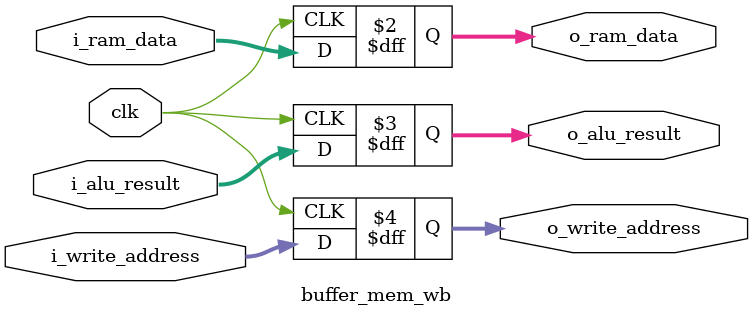
<source format=v>

`timescale 1ns/1ns

module buffer_mem_wb (
	input clk,
	input [31:0] i_ram_data,
	input [31:0] i_alu_result,
	input [4:0] i_write_address,
	output reg [31:0] o_ram_data,
	output reg [31:0] o_alu_result,
	output reg [4:0] o_write_address

);

always @(posedge clk) begin
	o_ram_data = i_ram_data;
	o_alu_result = i_alu_result;
	o_write_address = i_write_address;
end

endmodule
</source>
